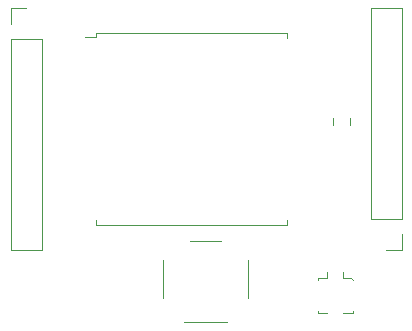
<source format=gbr>
%TF.GenerationSoftware,KiCad,Pcbnew,5.1.12-84ad8e8a86~92~ubuntu20.04.1*%
%TF.CreationDate,2021-12-04T14:18:14+01:00*%
%TF.ProjectId,RFMBreakout,52464d42-7265-4616-9b6f-75742e6b6963,rev?*%
%TF.SameCoordinates,Original*%
%TF.FileFunction,Legend,Top*%
%TF.FilePolarity,Positive*%
%FSLAX46Y46*%
G04 Gerber Fmt 4.6, Leading zero omitted, Abs format (unit mm)*
G04 Created by KiCad (PCBNEW 5.1.12-84ad8e8a86~92~ubuntu20.04.1) date 2021-12-04 14:18:14*
%MOMM*%
%LPD*%
G01*
G04 APERTURE LIST*
%ADD10C,0.120000*%
%ADD11C,2.250000*%
%ADD12R,1.000000X1.000000*%
%ADD13R,1.050000X2.200000*%
%ADD14O,1.700000X1.700000*%
%ADD15R,1.700000X1.700000*%
%ADD16R,2.000000X1.000000*%
G04 APERTURE END LIST*
D10*
%TO.C,J4*%
X135600000Y-103200000D02*
X135600000Y-100000000D01*
X128400000Y-103200000D02*
X128400000Y-100000000D01*
X133300000Y-98400000D02*
X130700000Y-98400000D01*
X133800000Y-105280000D02*
X130200000Y-105280000D01*
%TO.C,J3*%
X142300000Y-101500000D02*
X142300000Y-101000000D01*
X143700000Y-101500000D02*
X143700000Y-101000000D01*
X143700000Y-101500000D02*
X144300000Y-101500000D01*
X144300000Y-101500000D02*
X144500000Y-101700000D01*
X141500000Y-101700000D02*
X141500000Y-101500000D01*
X141500000Y-101500000D02*
X142300000Y-101500000D01*
X142300000Y-104500000D02*
X141500000Y-104500000D01*
X141500000Y-104500000D02*
X141500000Y-104300000D01*
X144500000Y-104300000D02*
X144500000Y-104500000D01*
X144500000Y-104500000D02*
X143700000Y-104500000D01*
%TO.C,J2*%
X148650000Y-78680000D02*
X145990000Y-78680000D01*
X148650000Y-96520000D02*
X148650000Y-78680000D01*
X145990000Y-96520000D02*
X145990000Y-78680000D01*
X148650000Y-96520000D02*
X145990000Y-96520000D01*
X148650000Y-97790000D02*
X148650000Y-99120000D01*
X148650000Y-99120000D02*
X147320000Y-99120000D01*
%TO.C,C1*%
X144245000Y-88003748D02*
X144245000Y-88526252D01*
X142775000Y-88003748D02*
X142775000Y-88526252D01*
%TO.C,U1*%
X122710000Y-80800000D02*
X138910000Y-80800000D01*
X138910000Y-80800000D02*
X138910000Y-81200000D01*
X122710000Y-96600000D02*
X122710000Y-97000000D01*
X122710000Y-97000000D02*
X138910000Y-97000000D01*
X138910000Y-97000000D02*
X138910000Y-96600000D01*
X122710000Y-80800000D02*
X122710000Y-81150000D01*
X122710000Y-81150000D02*
X121810000Y-81150000D01*
%TO.C,J1*%
X115510000Y-99120000D02*
X118170000Y-99120000D01*
X115510000Y-81280000D02*
X115510000Y-99120000D01*
X118170000Y-81280000D02*
X118170000Y-99120000D01*
X115510000Y-81280000D02*
X118170000Y-81280000D01*
X115510000Y-80010000D02*
X115510000Y-78680000D01*
X115510000Y-78680000D02*
X116840000Y-78680000D01*
%TD*%
%LPC*%
D11*
%TO.C,J4*%
X134540000Y-99060000D03*
X134540000Y-104140000D03*
X129460000Y-104140000D03*
X129460000Y-99060000D03*
X132000000Y-101600000D03*
%TD*%
D12*
%TO.C,J3*%
X143000000Y-101500000D03*
X143000000Y-104500000D03*
D13*
X141525000Y-103000000D03*
X144475000Y-103000000D03*
%TD*%
D14*
%TO.C,J2*%
X147320000Y-80010000D03*
X147320000Y-82550000D03*
X147320000Y-85090000D03*
X147320000Y-87630000D03*
X147320000Y-90170000D03*
X147320000Y-92710000D03*
X147320000Y-95250000D03*
D15*
X147320000Y-97790000D03*
%TD*%
%TO.C,C1*%
G36*
G01*
X143035000Y-88715000D02*
X143985000Y-88715000D01*
G75*
G02*
X144235000Y-88965000I0J-250000D01*
G01*
X144235000Y-89640000D01*
G75*
G02*
X143985000Y-89890000I-250000J0D01*
G01*
X143035000Y-89890000D01*
G75*
G02*
X142785000Y-89640000I0J250000D01*
G01*
X142785000Y-88965000D01*
G75*
G02*
X143035000Y-88715000I250000J0D01*
G01*
G37*
G36*
G01*
X143035000Y-86640000D02*
X143985000Y-86640000D01*
G75*
G02*
X144235000Y-86890000I0J-250000D01*
G01*
X144235000Y-87565000D01*
G75*
G02*
X143985000Y-87815000I-250000J0D01*
G01*
X143035000Y-87815000D01*
G75*
G02*
X142785000Y-87565000I0J250000D01*
G01*
X142785000Y-86890000D01*
G75*
G02*
X143035000Y-86640000I250000J0D01*
G01*
G37*
%TD*%
D16*
%TO.C,U1*%
X138810000Y-81900000D03*
X138810000Y-83900000D03*
X138810000Y-85900000D03*
X138810000Y-87900000D03*
X138810000Y-89900000D03*
X138810000Y-91900000D03*
X138810000Y-93900000D03*
X138810000Y-95900000D03*
X122810000Y-95900000D03*
X122810000Y-93900000D03*
X122810000Y-91900000D03*
X122810000Y-89900000D03*
X122810000Y-87900000D03*
X122810000Y-85900000D03*
X122810000Y-83900000D03*
X122810000Y-81900000D03*
%TD*%
D14*
%TO.C,J1*%
X116840000Y-97790000D03*
X116840000Y-95250000D03*
X116840000Y-92710000D03*
X116840000Y-90170000D03*
X116840000Y-87630000D03*
X116840000Y-85090000D03*
X116840000Y-82550000D03*
D15*
X116840000Y-80010000D03*
%TD*%
M02*

</source>
